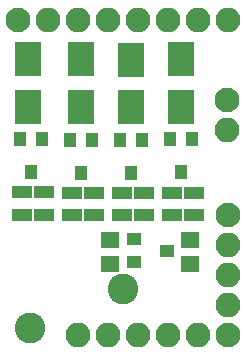
<source format=gbs>
G04 #@! TF.FileFunction,Soldermask,Bot*
%FSLAX46Y46*%
G04 Gerber Fmt 4.6, Leading zero omitted, Abs format (unit mm)*
G04 Created by KiCad (PCBNEW 4.0.2-stable) date 18.08.2017 11:21:27*
%MOMM*%
G01*
G04 APERTURE LIST*
%ADD10C,0.100000*%
%ADD11C,2.100000*%
%ADD12O,2.100000X2.100000*%
%ADD13C,2.600000*%
%ADD14R,1.300000X1.000000*%
%ADD15R,1.650000X1.400000*%
%ADD16R,2.200000X2.900000*%
%ADD17R,1.700000X1.100000*%
%ADD18R,1.000000X1.300000*%
G04 APERTURE END LIST*
D10*
D11*
X188595000Y-103886000D03*
D12*
X188595000Y-106426000D03*
D11*
X170942000Y-97104200D03*
D12*
X173482000Y-97104200D03*
X176022000Y-97104200D03*
X178562000Y-97104200D03*
X181102000Y-97104200D03*
X183642000Y-97104200D03*
X186182000Y-97104200D03*
X188722000Y-97104200D03*
D11*
X188658500Y-113601500D03*
D12*
X188658500Y-116141500D03*
X188658500Y-118681500D03*
X188658500Y-121221500D03*
D11*
X188722000Y-123761500D03*
D12*
X186182000Y-123761500D03*
X183642000Y-123761500D03*
X181102000Y-123761500D03*
X178562000Y-123761500D03*
X176022000Y-123761500D03*
D13*
X171958000Y-123190000D03*
X179832000Y-119888000D03*
D14*
X183543400Y-116611400D03*
X180743400Y-115661400D03*
X180743400Y-117561400D03*
D15*
X185470800Y-115713000D03*
X185470800Y-117713000D03*
X178689000Y-115751100D03*
X178689000Y-117751100D03*
D16*
X171805600Y-100412800D03*
X171805600Y-104412800D03*
D17*
X173101000Y-111673600D03*
X173101000Y-113573600D03*
X171272200Y-111673600D03*
X171272200Y-113573600D03*
D18*
X172034200Y-109985000D03*
X172984200Y-107185000D03*
X171084200Y-107185000D03*
D16*
X176225200Y-100412800D03*
X176225200Y-104412800D03*
X180492400Y-100463600D03*
X180492400Y-104463600D03*
X184734200Y-100412800D03*
X184734200Y-104412800D03*
D18*
X176250600Y-110010400D03*
X177200600Y-107210400D03*
X175300600Y-107210400D03*
X180492400Y-110010400D03*
X181442400Y-107210400D03*
X179542400Y-107210400D03*
X184734200Y-109985000D03*
X185684200Y-107185000D03*
X183784200Y-107185000D03*
D17*
X177368200Y-111699000D03*
X177368200Y-113599000D03*
X175514000Y-111699000D03*
X175514000Y-113599000D03*
X181559200Y-111699000D03*
X181559200Y-113599000D03*
X179730400Y-111699000D03*
X179730400Y-113599000D03*
X185801000Y-111724400D03*
X185801000Y-113624400D03*
X183972200Y-111724400D03*
X183972200Y-113624400D03*
M02*

</source>
